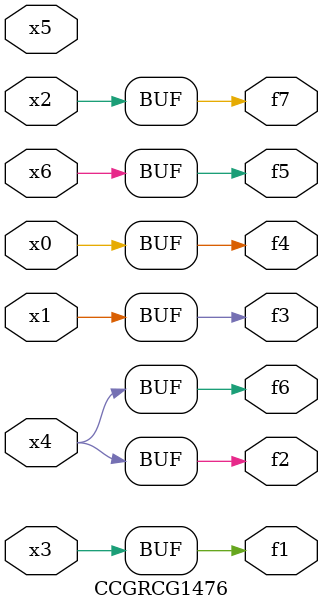
<source format=v>
module CCGRCG1476(
	input x0, x1, x2, x3, x4, x5, x6,
	output f1, f2, f3, f4, f5, f6, f7
);
	assign f1 = x3;
	assign f2 = x4;
	assign f3 = x1;
	assign f4 = x0;
	assign f5 = x6;
	assign f6 = x4;
	assign f7 = x2;
endmodule

</source>
